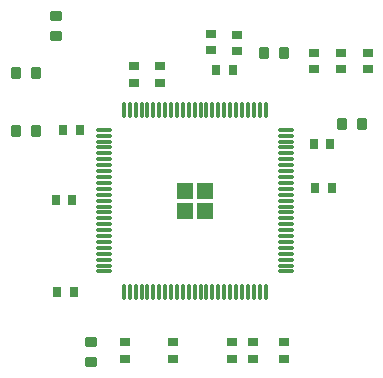
<source format=gtp>
G04*
G04 #@! TF.GenerationSoftware,Altium Limited,Altium Designer,19.0.14 (431)*
G04*
G04 Layer_Color=8421504*
%FSLAX25Y25*%
%MOIN*%
G70*
G01*
G75*
%ADD15R,0.05531X0.05531*%
%ADD16O,0.01181X0.05512*%
%ADD17O,0.05512X0.01181*%
%ADD18R,0.03740X0.02953*%
G04:AMPARAMS|DCode=19|XSize=39.37mil|YSize=35.43mil|CornerRadius=4.43mil|HoleSize=0mil|Usage=FLASHONLY|Rotation=0.000|XOffset=0mil|YOffset=0mil|HoleType=Round|Shape=RoundedRectangle|*
%AMROUNDEDRECTD19*
21,1,0.03937,0.02657,0,0,0.0*
21,1,0.03051,0.03543,0,0,0.0*
1,1,0.00886,0.01526,-0.01329*
1,1,0.00886,-0.01526,-0.01329*
1,1,0.00886,-0.01526,0.01329*
1,1,0.00886,0.01526,0.01329*
%
%ADD19ROUNDEDRECTD19*%
%ADD20R,0.02953X0.03740*%
G04:AMPARAMS|DCode=21|XSize=39.37mil|YSize=35.43mil|CornerRadius=4.43mil|HoleSize=0mil|Usage=FLASHONLY|Rotation=270.000|XOffset=0mil|YOffset=0mil|HoleType=Round|Shape=RoundedRectangle|*
%AMROUNDEDRECTD21*
21,1,0.03937,0.02657,0,0,270.0*
21,1,0.03051,0.03543,0,0,270.0*
1,1,0.00886,-0.01329,-0.01526*
1,1,0.00886,-0.01329,0.01526*
1,1,0.00886,0.01329,0.01526*
1,1,0.00886,0.01329,-0.01526*
%
%ADD21ROUNDEDRECTD21*%
D15*
X100481Y152044D02*
D03*
Y158760D02*
D03*
X93764D02*
D03*
Y152044D02*
D03*
D16*
X120744Y125087D02*
D03*
X118776D02*
D03*
X116807D02*
D03*
X114839D02*
D03*
X112870D02*
D03*
X110902D02*
D03*
X108933D02*
D03*
X106965D02*
D03*
X104996D02*
D03*
X103028D02*
D03*
X101059D02*
D03*
X99090D02*
D03*
X97122D02*
D03*
X95153D02*
D03*
X93185D02*
D03*
X91216D02*
D03*
X89248D02*
D03*
X87279D02*
D03*
X85311D02*
D03*
X83342D02*
D03*
X81374D02*
D03*
X79405D02*
D03*
X77437D02*
D03*
X75468D02*
D03*
X73500D02*
D03*
Y185716D02*
D03*
X75468D02*
D03*
X77437D02*
D03*
X79405D02*
D03*
X81374D02*
D03*
X83342D02*
D03*
X85311D02*
D03*
X87279D02*
D03*
X89248D02*
D03*
X91216D02*
D03*
X93185D02*
D03*
X95153D02*
D03*
X97122D02*
D03*
X99090D02*
D03*
X101059D02*
D03*
X103028D02*
D03*
X104996D02*
D03*
X106965D02*
D03*
X108933D02*
D03*
X110902D02*
D03*
X112870D02*
D03*
X114839D02*
D03*
X116807D02*
D03*
X118776D02*
D03*
X120744D02*
D03*
D17*
X66807Y131780D02*
D03*
Y133748D02*
D03*
Y135716D02*
D03*
Y137685D02*
D03*
Y139654D02*
D03*
Y141622D02*
D03*
Y143591D02*
D03*
Y145559D02*
D03*
Y147528D02*
D03*
Y149496D02*
D03*
Y151465D02*
D03*
Y153433D02*
D03*
Y155402D02*
D03*
Y157370D02*
D03*
Y159339D02*
D03*
Y161307D02*
D03*
Y163276D02*
D03*
Y165244D02*
D03*
Y167213D02*
D03*
Y169181D02*
D03*
Y171150D02*
D03*
Y173118D02*
D03*
Y175087D02*
D03*
Y177055D02*
D03*
Y179024D02*
D03*
X127437D02*
D03*
Y177055D02*
D03*
Y175087D02*
D03*
Y173118D02*
D03*
Y171150D02*
D03*
Y169181D02*
D03*
Y167213D02*
D03*
Y165244D02*
D03*
Y163276D02*
D03*
Y161307D02*
D03*
Y159339D02*
D03*
Y157370D02*
D03*
Y155402D02*
D03*
Y153433D02*
D03*
Y151465D02*
D03*
Y149496D02*
D03*
Y147528D02*
D03*
Y145559D02*
D03*
Y143591D02*
D03*
Y141622D02*
D03*
Y139654D02*
D03*
Y137685D02*
D03*
Y135716D02*
D03*
Y133748D02*
D03*
Y131780D02*
D03*
D18*
X127000Y102744D02*
D03*
Y108256D02*
D03*
X116500Y102744D02*
D03*
Y108256D02*
D03*
X109500D02*
D03*
Y102744D02*
D03*
X90000Y108256D02*
D03*
Y102744D02*
D03*
X74000Y108256D02*
D03*
Y102744D02*
D03*
X155000Y204756D02*
D03*
Y199244D02*
D03*
X146000Y204756D02*
D03*
Y199244D02*
D03*
X137000Y204756D02*
D03*
Y199244D02*
D03*
X111295Y205213D02*
D03*
Y210724D02*
D03*
X102500Y205500D02*
D03*
Y211012D02*
D03*
X85500Y194744D02*
D03*
Y200256D02*
D03*
X77000Y194744D02*
D03*
Y200256D02*
D03*
D19*
X62500Y101654D02*
D03*
Y108346D02*
D03*
X51000Y210154D02*
D03*
Y216846D02*
D03*
D20*
X137244Y159500D02*
D03*
X142756D02*
D03*
X142256Y174299D02*
D03*
X136744D02*
D03*
X109902Y199000D02*
D03*
X104390D02*
D03*
X53244Y179000D02*
D03*
X58756D02*
D03*
X56256Y155500D02*
D03*
X50744D02*
D03*
X51244Y125000D02*
D03*
X56756D02*
D03*
D21*
X152847Y181000D02*
D03*
X146153D02*
D03*
X120153Y204756D02*
D03*
X126847D02*
D03*
X44346Y178500D02*
D03*
X37654D02*
D03*
X44346Y198000D02*
D03*
X37653D02*
D03*
M02*

</source>
